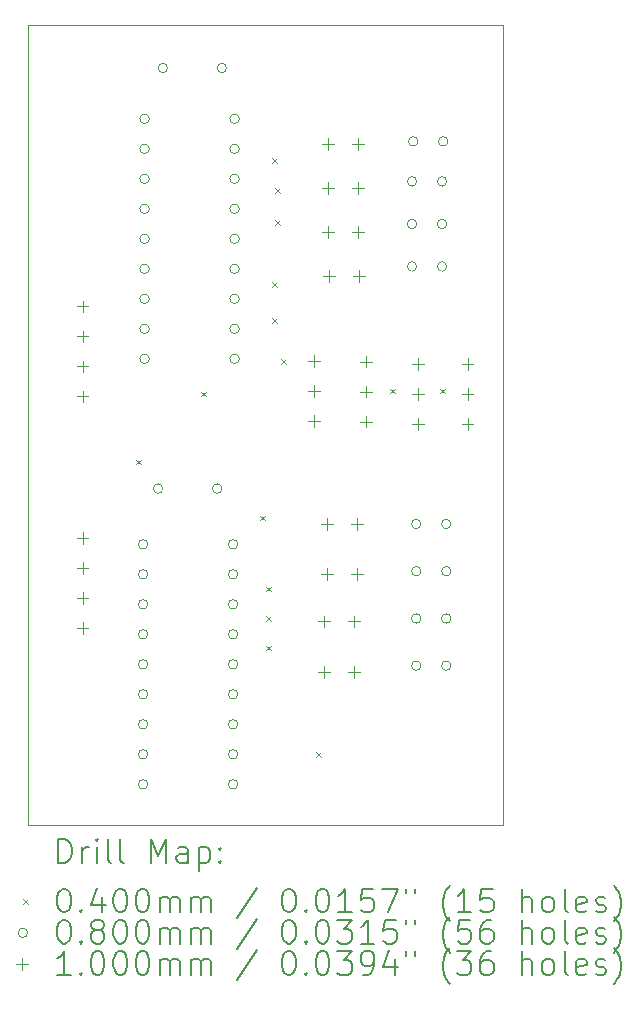
<source format=gbr>
%TF.GenerationSoftware,KiCad,Pcbnew,7.0.7+dfsg-1*%
%TF.CreationDate,2024-04-04T18:04:26+01:00*%
%TF.ProjectId,point-controller-switches,706f696e-742d-4636-9f6e-74726f6c6c65,rev?*%
%TF.SameCoordinates,Original*%
%TF.FileFunction,Drillmap*%
%TF.FilePolarity,Positive*%
%FSLAX45Y45*%
G04 Gerber Fmt 4.5, Leading zero omitted, Abs format (unit mm)*
G04 Created by KiCad (PCBNEW 7.0.7+dfsg-1) date 2024-04-04 18:04:26*
%MOMM*%
%LPD*%
G01*
G04 APERTURE LIST*
%ADD10C,0.100000*%
%ADD11C,0.200000*%
%ADD12C,0.040000*%
%ADD13C,0.080000*%
G04 APERTURE END LIST*
D10*
X10640000Y-8372500D02*
X14660000Y-8372500D01*
X14660000Y-15152500D01*
X10640000Y-15152500D01*
X10640000Y-8372500D01*
D11*
D12*
X11555000Y-12055000D02*
X11595000Y-12095000D01*
X11595000Y-12055000D02*
X11555000Y-12095000D01*
X12105000Y-11480000D02*
X12145000Y-11520000D01*
X12145000Y-11480000D02*
X12105000Y-11520000D01*
X12605000Y-12530000D02*
X12645000Y-12570000D01*
X12645000Y-12530000D02*
X12605000Y-12570000D01*
X12655000Y-13130000D02*
X12695000Y-13170000D01*
X12695000Y-13130000D02*
X12655000Y-13170000D01*
X12655000Y-13380000D02*
X12695000Y-13420000D01*
X12695000Y-13380000D02*
X12655000Y-13420000D01*
X12655000Y-13630000D02*
X12695000Y-13670000D01*
X12695000Y-13630000D02*
X12655000Y-13670000D01*
X12705000Y-9505000D02*
X12745000Y-9545000D01*
X12745000Y-9505000D02*
X12705000Y-9545000D01*
X12705000Y-10555000D02*
X12745000Y-10595000D01*
X12745000Y-10555000D02*
X12705000Y-10595000D01*
X12705000Y-10855000D02*
X12745000Y-10895000D01*
X12745000Y-10855000D02*
X12705000Y-10895000D01*
X12730000Y-9755000D02*
X12770000Y-9795000D01*
X12770000Y-9755000D02*
X12730000Y-9795000D01*
X12730000Y-10030000D02*
X12770000Y-10070000D01*
X12770000Y-10030000D02*
X12730000Y-10070000D01*
X12780000Y-11205000D02*
X12820000Y-11245000D01*
X12820000Y-11205000D02*
X12780000Y-11245000D01*
X13080000Y-14530000D02*
X13120000Y-14570000D01*
X13120000Y-14530000D02*
X13080000Y-14570000D01*
X13705000Y-11455000D02*
X13745000Y-11495000D01*
X13745000Y-11455000D02*
X13705000Y-11495000D01*
X14130000Y-11455000D02*
X14170000Y-11495000D01*
X14170000Y-11455000D02*
X14130000Y-11495000D01*
D13*
X11653000Y-12772000D02*
G75*
G03*
X11653000Y-12772000I-40000J0D01*
G01*
X11653000Y-13026000D02*
G75*
G03*
X11653000Y-13026000I-40000J0D01*
G01*
X11653000Y-13280000D02*
G75*
G03*
X11653000Y-13280000I-40000J0D01*
G01*
X11653000Y-13534000D02*
G75*
G03*
X11653000Y-13534000I-40000J0D01*
G01*
X11653000Y-13788000D02*
G75*
G03*
X11653000Y-13788000I-40000J0D01*
G01*
X11653000Y-14042000D02*
G75*
G03*
X11653000Y-14042000I-40000J0D01*
G01*
X11653000Y-14296000D02*
G75*
G03*
X11653000Y-14296000I-40000J0D01*
G01*
X11653000Y-14550000D02*
G75*
G03*
X11653000Y-14550000I-40000J0D01*
G01*
X11653000Y-14804000D02*
G75*
G03*
X11653000Y-14804000I-40000J0D01*
G01*
X11665000Y-9171000D02*
G75*
G03*
X11665000Y-9171000I-40000J0D01*
G01*
X11665000Y-9425000D02*
G75*
G03*
X11665000Y-9425000I-40000J0D01*
G01*
X11665000Y-9679000D02*
G75*
G03*
X11665000Y-9679000I-40000J0D01*
G01*
X11665000Y-9933000D02*
G75*
G03*
X11665000Y-9933000I-40000J0D01*
G01*
X11665000Y-10187000D02*
G75*
G03*
X11665000Y-10187000I-40000J0D01*
G01*
X11665000Y-10441000D02*
G75*
G03*
X11665000Y-10441000I-40000J0D01*
G01*
X11665000Y-10695000D02*
G75*
G03*
X11665000Y-10695000I-40000J0D01*
G01*
X11665000Y-10949000D02*
G75*
G03*
X11665000Y-10949000I-40000J0D01*
G01*
X11665000Y-11203000D02*
G75*
G03*
X11665000Y-11203000I-40000J0D01*
G01*
X11780000Y-12300000D02*
G75*
G03*
X11780000Y-12300000I-40000J0D01*
G01*
X11820000Y-8740000D02*
G75*
G03*
X11820000Y-8740000I-40000J0D01*
G01*
X12280000Y-12300000D02*
G75*
G03*
X12280000Y-12300000I-40000J0D01*
G01*
X12320000Y-8740000D02*
G75*
G03*
X12320000Y-8740000I-40000J0D01*
G01*
X12415000Y-12772000D02*
G75*
G03*
X12415000Y-12772000I-40000J0D01*
G01*
X12415000Y-13026000D02*
G75*
G03*
X12415000Y-13026000I-40000J0D01*
G01*
X12415000Y-13280000D02*
G75*
G03*
X12415000Y-13280000I-40000J0D01*
G01*
X12415000Y-13534000D02*
G75*
G03*
X12415000Y-13534000I-40000J0D01*
G01*
X12415000Y-13788000D02*
G75*
G03*
X12415000Y-13788000I-40000J0D01*
G01*
X12415000Y-14042000D02*
G75*
G03*
X12415000Y-14042000I-40000J0D01*
G01*
X12415000Y-14296000D02*
G75*
G03*
X12415000Y-14296000I-40000J0D01*
G01*
X12415000Y-14550000D02*
G75*
G03*
X12415000Y-14550000I-40000J0D01*
G01*
X12415000Y-14804000D02*
G75*
G03*
X12415000Y-14804000I-40000J0D01*
G01*
X12427000Y-9171000D02*
G75*
G03*
X12427000Y-9171000I-40000J0D01*
G01*
X12427000Y-9425000D02*
G75*
G03*
X12427000Y-9425000I-40000J0D01*
G01*
X12427000Y-9679000D02*
G75*
G03*
X12427000Y-9679000I-40000J0D01*
G01*
X12427000Y-9933000D02*
G75*
G03*
X12427000Y-9933000I-40000J0D01*
G01*
X12427000Y-10187000D02*
G75*
G03*
X12427000Y-10187000I-40000J0D01*
G01*
X12427000Y-10441000D02*
G75*
G03*
X12427000Y-10441000I-40000J0D01*
G01*
X12427000Y-10695000D02*
G75*
G03*
X12427000Y-10695000I-40000J0D01*
G01*
X12427000Y-10949000D02*
G75*
G03*
X12427000Y-10949000I-40000J0D01*
G01*
X12427000Y-11203000D02*
G75*
G03*
X12427000Y-11203000I-40000J0D01*
G01*
X13930500Y-9700000D02*
G75*
G03*
X13930500Y-9700000I-40000J0D01*
G01*
X13930500Y-10060000D02*
G75*
G03*
X13930500Y-10060000I-40000J0D01*
G01*
X13930500Y-10420000D02*
G75*
G03*
X13930500Y-10420000I-40000J0D01*
G01*
X13940000Y-9360000D02*
G75*
G03*
X13940000Y-9360000I-40000J0D01*
G01*
X13966000Y-12600000D02*
G75*
G03*
X13966000Y-12600000I-40000J0D01*
G01*
X13966000Y-13000000D02*
G75*
G03*
X13966000Y-13000000I-40000J0D01*
G01*
X13966000Y-13400000D02*
G75*
G03*
X13966000Y-13400000I-40000J0D01*
G01*
X13966000Y-13800000D02*
G75*
G03*
X13966000Y-13800000I-40000J0D01*
G01*
X14184500Y-9700000D02*
G75*
G03*
X14184500Y-9700000I-40000J0D01*
G01*
X14184500Y-10060000D02*
G75*
G03*
X14184500Y-10060000I-40000J0D01*
G01*
X14184500Y-10420000D02*
G75*
G03*
X14184500Y-10420000I-40000J0D01*
G01*
X14194000Y-9360000D02*
G75*
G03*
X14194000Y-9360000I-40000J0D01*
G01*
X14220000Y-12600000D02*
G75*
G03*
X14220000Y-12600000I-40000J0D01*
G01*
X14220000Y-13000000D02*
G75*
G03*
X14220000Y-13000000I-40000J0D01*
G01*
X14220000Y-13400000D02*
G75*
G03*
X14220000Y-13400000I-40000J0D01*
G01*
X14220000Y-13800000D02*
G75*
G03*
X14220000Y-13800000I-40000J0D01*
G01*
D10*
X11100000Y-10708000D02*
X11100000Y-10808000D01*
X11050000Y-10758000D02*
X11150000Y-10758000D01*
X11100000Y-10962000D02*
X11100000Y-11062000D01*
X11050000Y-11012000D02*
X11150000Y-11012000D01*
X11100000Y-11216000D02*
X11100000Y-11316000D01*
X11050000Y-11266000D02*
X11150000Y-11266000D01*
X11100000Y-11470000D02*
X11100000Y-11570000D01*
X11050000Y-11520000D02*
X11150000Y-11520000D01*
X11100000Y-12668000D02*
X11100000Y-12768000D01*
X11050000Y-12718000D02*
X11150000Y-12718000D01*
X11100000Y-12922000D02*
X11100000Y-13022000D01*
X11050000Y-12972000D02*
X11150000Y-12972000D01*
X11100000Y-13176000D02*
X11100000Y-13276000D01*
X11050000Y-13226000D02*
X11150000Y-13226000D01*
X11100000Y-13430000D02*
X11100000Y-13530000D01*
X11050000Y-13480000D02*
X11150000Y-13480000D01*
X13060000Y-11170000D02*
X13060000Y-11270000D01*
X13010000Y-11220000D02*
X13110000Y-11220000D01*
X13060000Y-11424000D02*
X13060000Y-11524000D01*
X13010000Y-11474000D02*
X13110000Y-11474000D01*
X13060000Y-11678000D02*
X13060000Y-11778000D01*
X13010000Y-11728000D02*
X13110000Y-11728000D01*
X13147000Y-13375000D02*
X13147000Y-13475000D01*
X13097000Y-13425000D02*
X13197000Y-13425000D01*
X13147000Y-13800000D02*
X13147000Y-13900000D01*
X13097000Y-13850000D02*
X13197000Y-13850000D01*
X13172000Y-12550000D02*
X13172000Y-12650000D01*
X13122000Y-12600000D02*
X13222000Y-12600000D01*
X13172000Y-12975000D02*
X13172000Y-13075000D01*
X13122000Y-13025000D02*
X13222000Y-13025000D01*
X13180000Y-9330000D02*
X13180000Y-9430000D01*
X13130000Y-9380000D02*
X13230000Y-9380000D01*
X13180000Y-9705000D02*
X13180000Y-9805000D01*
X13130000Y-9755000D02*
X13230000Y-9755000D01*
X13180000Y-10080000D02*
X13180000Y-10180000D01*
X13130000Y-10130000D02*
X13230000Y-10130000D01*
X13184000Y-10452500D02*
X13184000Y-10552500D01*
X13134000Y-10502500D02*
X13234000Y-10502500D01*
X13401000Y-13375000D02*
X13401000Y-13475000D01*
X13351000Y-13425000D02*
X13451000Y-13425000D01*
X13401000Y-13800000D02*
X13401000Y-13900000D01*
X13351000Y-13850000D02*
X13451000Y-13850000D01*
X13426000Y-12550000D02*
X13426000Y-12650000D01*
X13376000Y-12600000D02*
X13476000Y-12600000D01*
X13426000Y-12975000D02*
X13426000Y-13075000D01*
X13376000Y-13025000D02*
X13476000Y-13025000D01*
X13434000Y-9330000D02*
X13434000Y-9430000D01*
X13384000Y-9380000D02*
X13484000Y-9380000D01*
X13434000Y-9705000D02*
X13434000Y-9805000D01*
X13384000Y-9755000D02*
X13484000Y-9755000D01*
X13434000Y-10080000D02*
X13434000Y-10180000D01*
X13384000Y-10130000D02*
X13484000Y-10130000D01*
X13438000Y-10452500D02*
X13438000Y-10552500D01*
X13388000Y-10502500D02*
X13488000Y-10502500D01*
X13500000Y-11174500D02*
X13500000Y-11274500D01*
X13450000Y-11224500D02*
X13550000Y-11224500D01*
X13500000Y-11428500D02*
X13500000Y-11528500D01*
X13450000Y-11478500D02*
X13550000Y-11478500D01*
X13500000Y-11682500D02*
X13500000Y-11782500D01*
X13450000Y-11732500D02*
X13550000Y-11732500D01*
X13940000Y-11194500D02*
X13940000Y-11294500D01*
X13890000Y-11244500D02*
X13990000Y-11244500D01*
X13940000Y-11448500D02*
X13940000Y-11548500D01*
X13890000Y-11498500D02*
X13990000Y-11498500D01*
X13940000Y-11702500D02*
X13940000Y-11802500D01*
X13890000Y-11752500D02*
X13990000Y-11752500D01*
X14360000Y-11194500D02*
X14360000Y-11294500D01*
X14310000Y-11244500D02*
X14410000Y-11244500D01*
X14360000Y-11448500D02*
X14360000Y-11548500D01*
X14310000Y-11498500D02*
X14410000Y-11498500D01*
X14360000Y-11702500D02*
X14360000Y-11802500D01*
X14310000Y-11752500D02*
X14410000Y-11752500D01*
D11*
X10895777Y-15468984D02*
X10895777Y-15268984D01*
X10895777Y-15268984D02*
X10943396Y-15268984D01*
X10943396Y-15268984D02*
X10971967Y-15278508D01*
X10971967Y-15278508D02*
X10991015Y-15297555D01*
X10991015Y-15297555D02*
X11000539Y-15316603D01*
X11000539Y-15316603D02*
X11010063Y-15354698D01*
X11010063Y-15354698D02*
X11010063Y-15383269D01*
X11010063Y-15383269D02*
X11000539Y-15421365D01*
X11000539Y-15421365D02*
X10991015Y-15440412D01*
X10991015Y-15440412D02*
X10971967Y-15459460D01*
X10971967Y-15459460D02*
X10943396Y-15468984D01*
X10943396Y-15468984D02*
X10895777Y-15468984D01*
X11095777Y-15468984D02*
X11095777Y-15335650D01*
X11095777Y-15373746D02*
X11105301Y-15354698D01*
X11105301Y-15354698D02*
X11114824Y-15345174D01*
X11114824Y-15345174D02*
X11133872Y-15335650D01*
X11133872Y-15335650D02*
X11152920Y-15335650D01*
X11219586Y-15468984D02*
X11219586Y-15335650D01*
X11219586Y-15268984D02*
X11210062Y-15278508D01*
X11210062Y-15278508D02*
X11219586Y-15288031D01*
X11219586Y-15288031D02*
X11229110Y-15278508D01*
X11229110Y-15278508D02*
X11219586Y-15268984D01*
X11219586Y-15268984D02*
X11219586Y-15288031D01*
X11343396Y-15468984D02*
X11324348Y-15459460D01*
X11324348Y-15459460D02*
X11314824Y-15440412D01*
X11314824Y-15440412D02*
X11314824Y-15268984D01*
X11448158Y-15468984D02*
X11429110Y-15459460D01*
X11429110Y-15459460D02*
X11419586Y-15440412D01*
X11419586Y-15440412D02*
X11419586Y-15268984D01*
X11676729Y-15468984D02*
X11676729Y-15268984D01*
X11676729Y-15268984D02*
X11743396Y-15411841D01*
X11743396Y-15411841D02*
X11810062Y-15268984D01*
X11810062Y-15268984D02*
X11810062Y-15468984D01*
X11991015Y-15468984D02*
X11991015Y-15364222D01*
X11991015Y-15364222D02*
X11981491Y-15345174D01*
X11981491Y-15345174D02*
X11962443Y-15335650D01*
X11962443Y-15335650D02*
X11924348Y-15335650D01*
X11924348Y-15335650D02*
X11905301Y-15345174D01*
X11991015Y-15459460D02*
X11971967Y-15468984D01*
X11971967Y-15468984D02*
X11924348Y-15468984D01*
X11924348Y-15468984D02*
X11905301Y-15459460D01*
X11905301Y-15459460D02*
X11895777Y-15440412D01*
X11895777Y-15440412D02*
X11895777Y-15421365D01*
X11895777Y-15421365D02*
X11905301Y-15402317D01*
X11905301Y-15402317D02*
X11924348Y-15392793D01*
X11924348Y-15392793D02*
X11971967Y-15392793D01*
X11971967Y-15392793D02*
X11991015Y-15383269D01*
X12086253Y-15335650D02*
X12086253Y-15535650D01*
X12086253Y-15345174D02*
X12105301Y-15335650D01*
X12105301Y-15335650D02*
X12143396Y-15335650D01*
X12143396Y-15335650D02*
X12162443Y-15345174D01*
X12162443Y-15345174D02*
X12171967Y-15354698D01*
X12171967Y-15354698D02*
X12181491Y-15373746D01*
X12181491Y-15373746D02*
X12181491Y-15430888D01*
X12181491Y-15430888D02*
X12171967Y-15449936D01*
X12171967Y-15449936D02*
X12162443Y-15459460D01*
X12162443Y-15459460D02*
X12143396Y-15468984D01*
X12143396Y-15468984D02*
X12105301Y-15468984D01*
X12105301Y-15468984D02*
X12086253Y-15459460D01*
X12267205Y-15449936D02*
X12276729Y-15459460D01*
X12276729Y-15459460D02*
X12267205Y-15468984D01*
X12267205Y-15468984D02*
X12257682Y-15459460D01*
X12257682Y-15459460D02*
X12267205Y-15449936D01*
X12267205Y-15449936D02*
X12267205Y-15468984D01*
X12267205Y-15345174D02*
X12276729Y-15354698D01*
X12276729Y-15354698D02*
X12267205Y-15364222D01*
X12267205Y-15364222D02*
X12257682Y-15354698D01*
X12257682Y-15354698D02*
X12267205Y-15345174D01*
X12267205Y-15345174D02*
X12267205Y-15364222D01*
D12*
X10595000Y-15777500D02*
X10635000Y-15817500D01*
X10635000Y-15777500D02*
X10595000Y-15817500D01*
D11*
X10933872Y-15688984D02*
X10952920Y-15688984D01*
X10952920Y-15688984D02*
X10971967Y-15698508D01*
X10971967Y-15698508D02*
X10981491Y-15708031D01*
X10981491Y-15708031D02*
X10991015Y-15727079D01*
X10991015Y-15727079D02*
X11000539Y-15765174D01*
X11000539Y-15765174D02*
X11000539Y-15812793D01*
X11000539Y-15812793D02*
X10991015Y-15850888D01*
X10991015Y-15850888D02*
X10981491Y-15869936D01*
X10981491Y-15869936D02*
X10971967Y-15879460D01*
X10971967Y-15879460D02*
X10952920Y-15888984D01*
X10952920Y-15888984D02*
X10933872Y-15888984D01*
X10933872Y-15888984D02*
X10914824Y-15879460D01*
X10914824Y-15879460D02*
X10905301Y-15869936D01*
X10905301Y-15869936D02*
X10895777Y-15850888D01*
X10895777Y-15850888D02*
X10886253Y-15812793D01*
X10886253Y-15812793D02*
X10886253Y-15765174D01*
X10886253Y-15765174D02*
X10895777Y-15727079D01*
X10895777Y-15727079D02*
X10905301Y-15708031D01*
X10905301Y-15708031D02*
X10914824Y-15698508D01*
X10914824Y-15698508D02*
X10933872Y-15688984D01*
X11086253Y-15869936D02*
X11095777Y-15879460D01*
X11095777Y-15879460D02*
X11086253Y-15888984D01*
X11086253Y-15888984D02*
X11076729Y-15879460D01*
X11076729Y-15879460D02*
X11086253Y-15869936D01*
X11086253Y-15869936D02*
X11086253Y-15888984D01*
X11267205Y-15755650D02*
X11267205Y-15888984D01*
X11219586Y-15679460D02*
X11171967Y-15822317D01*
X11171967Y-15822317D02*
X11295777Y-15822317D01*
X11410062Y-15688984D02*
X11429110Y-15688984D01*
X11429110Y-15688984D02*
X11448158Y-15698508D01*
X11448158Y-15698508D02*
X11457682Y-15708031D01*
X11457682Y-15708031D02*
X11467205Y-15727079D01*
X11467205Y-15727079D02*
X11476729Y-15765174D01*
X11476729Y-15765174D02*
X11476729Y-15812793D01*
X11476729Y-15812793D02*
X11467205Y-15850888D01*
X11467205Y-15850888D02*
X11457682Y-15869936D01*
X11457682Y-15869936D02*
X11448158Y-15879460D01*
X11448158Y-15879460D02*
X11429110Y-15888984D01*
X11429110Y-15888984D02*
X11410062Y-15888984D01*
X11410062Y-15888984D02*
X11391015Y-15879460D01*
X11391015Y-15879460D02*
X11381491Y-15869936D01*
X11381491Y-15869936D02*
X11371967Y-15850888D01*
X11371967Y-15850888D02*
X11362443Y-15812793D01*
X11362443Y-15812793D02*
X11362443Y-15765174D01*
X11362443Y-15765174D02*
X11371967Y-15727079D01*
X11371967Y-15727079D02*
X11381491Y-15708031D01*
X11381491Y-15708031D02*
X11391015Y-15698508D01*
X11391015Y-15698508D02*
X11410062Y-15688984D01*
X11600539Y-15688984D02*
X11619586Y-15688984D01*
X11619586Y-15688984D02*
X11638634Y-15698508D01*
X11638634Y-15698508D02*
X11648158Y-15708031D01*
X11648158Y-15708031D02*
X11657682Y-15727079D01*
X11657682Y-15727079D02*
X11667205Y-15765174D01*
X11667205Y-15765174D02*
X11667205Y-15812793D01*
X11667205Y-15812793D02*
X11657682Y-15850888D01*
X11657682Y-15850888D02*
X11648158Y-15869936D01*
X11648158Y-15869936D02*
X11638634Y-15879460D01*
X11638634Y-15879460D02*
X11619586Y-15888984D01*
X11619586Y-15888984D02*
X11600539Y-15888984D01*
X11600539Y-15888984D02*
X11581491Y-15879460D01*
X11581491Y-15879460D02*
X11571967Y-15869936D01*
X11571967Y-15869936D02*
X11562443Y-15850888D01*
X11562443Y-15850888D02*
X11552920Y-15812793D01*
X11552920Y-15812793D02*
X11552920Y-15765174D01*
X11552920Y-15765174D02*
X11562443Y-15727079D01*
X11562443Y-15727079D02*
X11571967Y-15708031D01*
X11571967Y-15708031D02*
X11581491Y-15698508D01*
X11581491Y-15698508D02*
X11600539Y-15688984D01*
X11752920Y-15888984D02*
X11752920Y-15755650D01*
X11752920Y-15774698D02*
X11762443Y-15765174D01*
X11762443Y-15765174D02*
X11781491Y-15755650D01*
X11781491Y-15755650D02*
X11810063Y-15755650D01*
X11810063Y-15755650D02*
X11829110Y-15765174D01*
X11829110Y-15765174D02*
X11838634Y-15784222D01*
X11838634Y-15784222D02*
X11838634Y-15888984D01*
X11838634Y-15784222D02*
X11848158Y-15765174D01*
X11848158Y-15765174D02*
X11867205Y-15755650D01*
X11867205Y-15755650D02*
X11895777Y-15755650D01*
X11895777Y-15755650D02*
X11914824Y-15765174D01*
X11914824Y-15765174D02*
X11924348Y-15784222D01*
X11924348Y-15784222D02*
X11924348Y-15888984D01*
X12019586Y-15888984D02*
X12019586Y-15755650D01*
X12019586Y-15774698D02*
X12029110Y-15765174D01*
X12029110Y-15765174D02*
X12048158Y-15755650D01*
X12048158Y-15755650D02*
X12076729Y-15755650D01*
X12076729Y-15755650D02*
X12095777Y-15765174D01*
X12095777Y-15765174D02*
X12105301Y-15784222D01*
X12105301Y-15784222D02*
X12105301Y-15888984D01*
X12105301Y-15784222D02*
X12114824Y-15765174D01*
X12114824Y-15765174D02*
X12133872Y-15755650D01*
X12133872Y-15755650D02*
X12162443Y-15755650D01*
X12162443Y-15755650D02*
X12181491Y-15765174D01*
X12181491Y-15765174D02*
X12191015Y-15784222D01*
X12191015Y-15784222D02*
X12191015Y-15888984D01*
X12581491Y-15679460D02*
X12410063Y-15936603D01*
X12838634Y-15688984D02*
X12857682Y-15688984D01*
X12857682Y-15688984D02*
X12876729Y-15698508D01*
X12876729Y-15698508D02*
X12886253Y-15708031D01*
X12886253Y-15708031D02*
X12895777Y-15727079D01*
X12895777Y-15727079D02*
X12905301Y-15765174D01*
X12905301Y-15765174D02*
X12905301Y-15812793D01*
X12905301Y-15812793D02*
X12895777Y-15850888D01*
X12895777Y-15850888D02*
X12886253Y-15869936D01*
X12886253Y-15869936D02*
X12876729Y-15879460D01*
X12876729Y-15879460D02*
X12857682Y-15888984D01*
X12857682Y-15888984D02*
X12838634Y-15888984D01*
X12838634Y-15888984D02*
X12819586Y-15879460D01*
X12819586Y-15879460D02*
X12810063Y-15869936D01*
X12810063Y-15869936D02*
X12800539Y-15850888D01*
X12800539Y-15850888D02*
X12791015Y-15812793D01*
X12791015Y-15812793D02*
X12791015Y-15765174D01*
X12791015Y-15765174D02*
X12800539Y-15727079D01*
X12800539Y-15727079D02*
X12810063Y-15708031D01*
X12810063Y-15708031D02*
X12819586Y-15698508D01*
X12819586Y-15698508D02*
X12838634Y-15688984D01*
X12991015Y-15869936D02*
X13000539Y-15879460D01*
X13000539Y-15879460D02*
X12991015Y-15888984D01*
X12991015Y-15888984D02*
X12981491Y-15879460D01*
X12981491Y-15879460D02*
X12991015Y-15869936D01*
X12991015Y-15869936D02*
X12991015Y-15888984D01*
X13124348Y-15688984D02*
X13143396Y-15688984D01*
X13143396Y-15688984D02*
X13162444Y-15698508D01*
X13162444Y-15698508D02*
X13171967Y-15708031D01*
X13171967Y-15708031D02*
X13181491Y-15727079D01*
X13181491Y-15727079D02*
X13191015Y-15765174D01*
X13191015Y-15765174D02*
X13191015Y-15812793D01*
X13191015Y-15812793D02*
X13181491Y-15850888D01*
X13181491Y-15850888D02*
X13171967Y-15869936D01*
X13171967Y-15869936D02*
X13162444Y-15879460D01*
X13162444Y-15879460D02*
X13143396Y-15888984D01*
X13143396Y-15888984D02*
X13124348Y-15888984D01*
X13124348Y-15888984D02*
X13105301Y-15879460D01*
X13105301Y-15879460D02*
X13095777Y-15869936D01*
X13095777Y-15869936D02*
X13086253Y-15850888D01*
X13086253Y-15850888D02*
X13076729Y-15812793D01*
X13076729Y-15812793D02*
X13076729Y-15765174D01*
X13076729Y-15765174D02*
X13086253Y-15727079D01*
X13086253Y-15727079D02*
X13095777Y-15708031D01*
X13095777Y-15708031D02*
X13105301Y-15698508D01*
X13105301Y-15698508D02*
X13124348Y-15688984D01*
X13381491Y-15888984D02*
X13267206Y-15888984D01*
X13324348Y-15888984D02*
X13324348Y-15688984D01*
X13324348Y-15688984D02*
X13305301Y-15717555D01*
X13305301Y-15717555D02*
X13286253Y-15736603D01*
X13286253Y-15736603D02*
X13267206Y-15746127D01*
X13562444Y-15688984D02*
X13467206Y-15688984D01*
X13467206Y-15688984D02*
X13457682Y-15784222D01*
X13457682Y-15784222D02*
X13467206Y-15774698D01*
X13467206Y-15774698D02*
X13486253Y-15765174D01*
X13486253Y-15765174D02*
X13533872Y-15765174D01*
X13533872Y-15765174D02*
X13552920Y-15774698D01*
X13552920Y-15774698D02*
X13562444Y-15784222D01*
X13562444Y-15784222D02*
X13571967Y-15803269D01*
X13571967Y-15803269D02*
X13571967Y-15850888D01*
X13571967Y-15850888D02*
X13562444Y-15869936D01*
X13562444Y-15869936D02*
X13552920Y-15879460D01*
X13552920Y-15879460D02*
X13533872Y-15888984D01*
X13533872Y-15888984D02*
X13486253Y-15888984D01*
X13486253Y-15888984D02*
X13467206Y-15879460D01*
X13467206Y-15879460D02*
X13457682Y-15869936D01*
X13638634Y-15688984D02*
X13771967Y-15688984D01*
X13771967Y-15688984D02*
X13686253Y-15888984D01*
X13838634Y-15688984D02*
X13838634Y-15727079D01*
X13914825Y-15688984D02*
X13914825Y-15727079D01*
X14210063Y-15965174D02*
X14200539Y-15955650D01*
X14200539Y-15955650D02*
X14181491Y-15927079D01*
X14181491Y-15927079D02*
X14171968Y-15908031D01*
X14171968Y-15908031D02*
X14162444Y-15879460D01*
X14162444Y-15879460D02*
X14152920Y-15831841D01*
X14152920Y-15831841D02*
X14152920Y-15793746D01*
X14152920Y-15793746D02*
X14162444Y-15746127D01*
X14162444Y-15746127D02*
X14171968Y-15717555D01*
X14171968Y-15717555D02*
X14181491Y-15698508D01*
X14181491Y-15698508D02*
X14200539Y-15669936D01*
X14200539Y-15669936D02*
X14210063Y-15660412D01*
X14391015Y-15888984D02*
X14276729Y-15888984D01*
X14333872Y-15888984D02*
X14333872Y-15688984D01*
X14333872Y-15688984D02*
X14314825Y-15717555D01*
X14314825Y-15717555D02*
X14295777Y-15736603D01*
X14295777Y-15736603D02*
X14276729Y-15746127D01*
X14571968Y-15688984D02*
X14476729Y-15688984D01*
X14476729Y-15688984D02*
X14467206Y-15784222D01*
X14467206Y-15784222D02*
X14476729Y-15774698D01*
X14476729Y-15774698D02*
X14495777Y-15765174D01*
X14495777Y-15765174D02*
X14543396Y-15765174D01*
X14543396Y-15765174D02*
X14562444Y-15774698D01*
X14562444Y-15774698D02*
X14571968Y-15784222D01*
X14571968Y-15784222D02*
X14581491Y-15803269D01*
X14581491Y-15803269D02*
X14581491Y-15850888D01*
X14581491Y-15850888D02*
X14571968Y-15869936D01*
X14571968Y-15869936D02*
X14562444Y-15879460D01*
X14562444Y-15879460D02*
X14543396Y-15888984D01*
X14543396Y-15888984D02*
X14495777Y-15888984D01*
X14495777Y-15888984D02*
X14476729Y-15879460D01*
X14476729Y-15879460D02*
X14467206Y-15869936D01*
X14819587Y-15888984D02*
X14819587Y-15688984D01*
X14905301Y-15888984D02*
X14905301Y-15784222D01*
X14905301Y-15784222D02*
X14895777Y-15765174D01*
X14895777Y-15765174D02*
X14876730Y-15755650D01*
X14876730Y-15755650D02*
X14848158Y-15755650D01*
X14848158Y-15755650D02*
X14829110Y-15765174D01*
X14829110Y-15765174D02*
X14819587Y-15774698D01*
X15029110Y-15888984D02*
X15010063Y-15879460D01*
X15010063Y-15879460D02*
X15000539Y-15869936D01*
X15000539Y-15869936D02*
X14991015Y-15850888D01*
X14991015Y-15850888D02*
X14991015Y-15793746D01*
X14991015Y-15793746D02*
X15000539Y-15774698D01*
X15000539Y-15774698D02*
X15010063Y-15765174D01*
X15010063Y-15765174D02*
X15029110Y-15755650D01*
X15029110Y-15755650D02*
X15057682Y-15755650D01*
X15057682Y-15755650D02*
X15076730Y-15765174D01*
X15076730Y-15765174D02*
X15086253Y-15774698D01*
X15086253Y-15774698D02*
X15095777Y-15793746D01*
X15095777Y-15793746D02*
X15095777Y-15850888D01*
X15095777Y-15850888D02*
X15086253Y-15869936D01*
X15086253Y-15869936D02*
X15076730Y-15879460D01*
X15076730Y-15879460D02*
X15057682Y-15888984D01*
X15057682Y-15888984D02*
X15029110Y-15888984D01*
X15210063Y-15888984D02*
X15191015Y-15879460D01*
X15191015Y-15879460D02*
X15181491Y-15860412D01*
X15181491Y-15860412D02*
X15181491Y-15688984D01*
X15362444Y-15879460D02*
X15343396Y-15888984D01*
X15343396Y-15888984D02*
X15305301Y-15888984D01*
X15305301Y-15888984D02*
X15286253Y-15879460D01*
X15286253Y-15879460D02*
X15276730Y-15860412D01*
X15276730Y-15860412D02*
X15276730Y-15784222D01*
X15276730Y-15784222D02*
X15286253Y-15765174D01*
X15286253Y-15765174D02*
X15305301Y-15755650D01*
X15305301Y-15755650D02*
X15343396Y-15755650D01*
X15343396Y-15755650D02*
X15362444Y-15765174D01*
X15362444Y-15765174D02*
X15371968Y-15784222D01*
X15371968Y-15784222D02*
X15371968Y-15803269D01*
X15371968Y-15803269D02*
X15276730Y-15822317D01*
X15448158Y-15879460D02*
X15467206Y-15888984D01*
X15467206Y-15888984D02*
X15505301Y-15888984D01*
X15505301Y-15888984D02*
X15524349Y-15879460D01*
X15524349Y-15879460D02*
X15533872Y-15860412D01*
X15533872Y-15860412D02*
X15533872Y-15850888D01*
X15533872Y-15850888D02*
X15524349Y-15831841D01*
X15524349Y-15831841D02*
X15505301Y-15822317D01*
X15505301Y-15822317D02*
X15476730Y-15822317D01*
X15476730Y-15822317D02*
X15457682Y-15812793D01*
X15457682Y-15812793D02*
X15448158Y-15793746D01*
X15448158Y-15793746D02*
X15448158Y-15784222D01*
X15448158Y-15784222D02*
X15457682Y-15765174D01*
X15457682Y-15765174D02*
X15476730Y-15755650D01*
X15476730Y-15755650D02*
X15505301Y-15755650D01*
X15505301Y-15755650D02*
X15524349Y-15765174D01*
X15600539Y-15965174D02*
X15610063Y-15955650D01*
X15610063Y-15955650D02*
X15629111Y-15927079D01*
X15629111Y-15927079D02*
X15638634Y-15908031D01*
X15638634Y-15908031D02*
X15648158Y-15879460D01*
X15648158Y-15879460D02*
X15657682Y-15831841D01*
X15657682Y-15831841D02*
X15657682Y-15793746D01*
X15657682Y-15793746D02*
X15648158Y-15746127D01*
X15648158Y-15746127D02*
X15638634Y-15717555D01*
X15638634Y-15717555D02*
X15629111Y-15698508D01*
X15629111Y-15698508D02*
X15610063Y-15669936D01*
X15610063Y-15669936D02*
X15600539Y-15660412D01*
D13*
X10635000Y-16061500D02*
G75*
G03*
X10635000Y-16061500I-40000J0D01*
G01*
D11*
X10933872Y-15952984D02*
X10952920Y-15952984D01*
X10952920Y-15952984D02*
X10971967Y-15962508D01*
X10971967Y-15962508D02*
X10981491Y-15972031D01*
X10981491Y-15972031D02*
X10991015Y-15991079D01*
X10991015Y-15991079D02*
X11000539Y-16029174D01*
X11000539Y-16029174D02*
X11000539Y-16076793D01*
X11000539Y-16076793D02*
X10991015Y-16114888D01*
X10991015Y-16114888D02*
X10981491Y-16133936D01*
X10981491Y-16133936D02*
X10971967Y-16143460D01*
X10971967Y-16143460D02*
X10952920Y-16152984D01*
X10952920Y-16152984D02*
X10933872Y-16152984D01*
X10933872Y-16152984D02*
X10914824Y-16143460D01*
X10914824Y-16143460D02*
X10905301Y-16133936D01*
X10905301Y-16133936D02*
X10895777Y-16114888D01*
X10895777Y-16114888D02*
X10886253Y-16076793D01*
X10886253Y-16076793D02*
X10886253Y-16029174D01*
X10886253Y-16029174D02*
X10895777Y-15991079D01*
X10895777Y-15991079D02*
X10905301Y-15972031D01*
X10905301Y-15972031D02*
X10914824Y-15962508D01*
X10914824Y-15962508D02*
X10933872Y-15952984D01*
X11086253Y-16133936D02*
X11095777Y-16143460D01*
X11095777Y-16143460D02*
X11086253Y-16152984D01*
X11086253Y-16152984D02*
X11076729Y-16143460D01*
X11076729Y-16143460D02*
X11086253Y-16133936D01*
X11086253Y-16133936D02*
X11086253Y-16152984D01*
X11210062Y-16038698D02*
X11191015Y-16029174D01*
X11191015Y-16029174D02*
X11181491Y-16019650D01*
X11181491Y-16019650D02*
X11171967Y-16000603D01*
X11171967Y-16000603D02*
X11171967Y-15991079D01*
X11171967Y-15991079D02*
X11181491Y-15972031D01*
X11181491Y-15972031D02*
X11191015Y-15962508D01*
X11191015Y-15962508D02*
X11210062Y-15952984D01*
X11210062Y-15952984D02*
X11248158Y-15952984D01*
X11248158Y-15952984D02*
X11267205Y-15962508D01*
X11267205Y-15962508D02*
X11276729Y-15972031D01*
X11276729Y-15972031D02*
X11286253Y-15991079D01*
X11286253Y-15991079D02*
X11286253Y-16000603D01*
X11286253Y-16000603D02*
X11276729Y-16019650D01*
X11276729Y-16019650D02*
X11267205Y-16029174D01*
X11267205Y-16029174D02*
X11248158Y-16038698D01*
X11248158Y-16038698D02*
X11210062Y-16038698D01*
X11210062Y-16038698D02*
X11191015Y-16048222D01*
X11191015Y-16048222D02*
X11181491Y-16057746D01*
X11181491Y-16057746D02*
X11171967Y-16076793D01*
X11171967Y-16076793D02*
X11171967Y-16114888D01*
X11171967Y-16114888D02*
X11181491Y-16133936D01*
X11181491Y-16133936D02*
X11191015Y-16143460D01*
X11191015Y-16143460D02*
X11210062Y-16152984D01*
X11210062Y-16152984D02*
X11248158Y-16152984D01*
X11248158Y-16152984D02*
X11267205Y-16143460D01*
X11267205Y-16143460D02*
X11276729Y-16133936D01*
X11276729Y-16133936D02*
X11286253Y-16114888D01*
X11286253Y-16114888D02*
X11286253Y-16076793D01*
X11286253Y-16076793D02*
X11276729Y-16057746D01*
X11276729Y-16057746D02*
X11267205Y-16048222D01*
X11267205Y-16048222D02*
X11248158Y-16038698D01*
X11410062Y-15952984D02*
X11429110Y-15952984D01*
X11429110Y-15952984D02*
X11448158Y-15962508D01*
X11448158Y-15962508D02*
X11457682Y-15972031D01*
X11457682Y-15972031D02*
X11467205Y-15991079D01*
X11467205Y-15991079D02*
X11476729Y-16029174D01*
X11476729Y-16029174D02*
X11476729Y-16076793D01*
X11476729Y-16076793D02*
X11467205Y-16114888D01*
X11467205Y-16114888D02*
X11457682Y-16133936D01*
X11457682Y-16133936D02*
X11448158Y-16143460D01*
X11448158Y-16143460D02*
X11429110Y-16152984D01*
X11429110Y-16152984D02*
X11410062Y-16152984D01*
X11410062Y-16152984D02*
X11391015Y-16143460D01*
X11391015Y-16143460D02*
X11381491Y-16133936D01*
X11381491Y-16133936D02*
X11371967Y-16114888D01*
X11371967Y-16114888D02*
X11362443Y-16076793D01*
X11362443Y-16076793D02*
X11362443Y-16029174D01*
X11362443Y-16029174D02*
X11371967Y-15991079D01*
X11371967Y-15991079D02*
X11381491Y-15972031D01*
X11381491Y-15972031D02*
X11391015Y-15962508D01*
X11391015Y-15962508D02*
X11410062Y-15952984D01*
X11600539Y-15952984D02*
X11619586Y-15952984D01*
X11619586Y-15952984D02*
X11638634Y-15962508D01*
X11638634Y-15962508D02*
X11648158Y-15972031D01*
X11648158Y-15972031D02*
X11657682Y-15991079D01*
X11657682Y-15991079D02*
X11667205Y-16029174D01*
X11667205Y-16029174D02*
X11667205Y-16076793D01*
X11667205Y-16076793D02*
X11657682Y-16114888D01*
X11657682Y-16114888D02*
X11648158Y-16133936D01*
X11648158Y-16133936D02*
X11638634Y-16143460D01*
X11638634Y-16143460D02*
X11619586Y-16152984D01*
X11619586Y-16152984D02*
X11600539Y-16152984D01*
X11600539Y-16152984D02*
X11581491Y-16143460D01*
X11581491Y-16143460D02*
X11571967Y-16133936D01*
X11571967Y-16133936D02*
X11562443Y-16114888D01*
X11562443Y-16114888D02*
X11552920Y-16076793D01*
X11552920Y-16076793D02*
X11552920Y-16029174D01*
X11552920Y-16029174D02*
X11562443Y-15991079D01*
X11562443Y-15991079D02*
X11571967Y-15972031D01*
X11571967Y-15972031D02*
X11581491Y-15962508D01*
X11581491Y-15962508D02*
X11600539Y-15952984D01*
X11752920Y-16152984D02*
X11752920Y-16019650D01*
X11752920Y-16038698D02*
X11762443Y-16029174D01*
X11762443Y-16029174D02*
X11781491Y-16019650D01*
X11781491Y-16019650D02*
X11810063Y-16019650D01*
X11810063Y-16019650D02*
X11829110Y-16029174D01*
X11829110Y-16029174D02*
X11838634Y-16048222D01*
X11838634Y-16048222D02*
X11838634Y-16152984D01*
X11838634Y-16048222D02*
X11848158Y-16029174D01*
X11848158Y-16029174D02*
X11867205Y-16019650D01*
X11867205Y-16019650D02*
X11895777Y-16019650D01*
X11895777Y-16019650D02*
X11914824Y-16029174D01*
X11914824Y-16029174D02*
X11924348Y-16048222D01*
X11924348Y-16048222D02*
X11924348Y-16152984D01*
X12019586Y-16152984D02*
X12019586Y-16019650D01*
X12019586Y-16038698D02*
X12029110Y-16029174D01*
X12029110Y-16029174D02*
X12048158Y-16019650D01*
X12048158Y-16019650D02*
X12076729Y-16019650D01*
X12076729Y-16019650D02*
X12095777Y-16029174D01*
X12095777Y-16029174D02*
X12105301Y-16048222D01*
X12105301Y-16048222D02*
X12105301Y-16152984D01*
X12105301Y-16048222D02*
X12114824Y-16029174D01*
X12114824Y-16029174D02*
X12133872Y-16019650D01*
X12133872Y-16019650D02*
X12162443Y-16019650D01*
X12162443Y-16019650D02*
X12181491Y-16029174D01*
X12181491Y-16029174D02*
X12191015Y-16048222D01*
X12191015Y-16048222D02*
X12191015Y-16152984D01*
X12581491Y-15943460D02*
X12410063Y-16200603D01*
X12838634Y-15952984D02*
X12857682Y-15952984D01*
X12857682Y-15952984D02*
X12876729Y-15962508D01*
X12876729Y-15962508D02*
X12886253Y-15972031D01*
X12886253Y-15972031D02*
X12895777Y-15991079D01*
X12895777Y-15991079D02*
X12905301Y-16029174D01*
X12905301Y-16029174D02*
X12905301Y-16076793D01*
X12905301Y-16076793D02*
X12895777Y-16114888D01*
X12895777Y-16114888D02*
X12886253Y-16133936D01*
X12886253Y-16133936D02*
X12876729Y-16143460D01*
X12876729Y-16143460D02*
X12857682Y-16152984D01*
X12857682Y-16152984D02*
X12838634Y-16152984D01*
X12838634Y-16152984D02*
X12819586Y-16143460D01*
X12819586Y-16143460D02*
X12810063Y-16133936D01*
X12810063Y-16133936D02*
X12800539Y-16114888D01*
X12800539Y-16114888D02*
X12791015Y-16076793D01*
X12791015Y-16076793D02*
X12791015Y-16029174D01*
X12791015Y-16029174D02*
X12800539Y-15991079D01*
X12800539Y-15991079D02*
X12810063Y-15972031D01*
X12810063Y-15972031D02*
X12819586Y-15962508D01*
X12819586Y-15962508D02*
X12838634Y-15952984D01*
X12991015Y-16133936D02*
X13000539Y-16143460D01*
X13000539Y-16143460D02*
X12991015Y-16152984D01*
X12991015Y-16152984D02*
X12981491Y-16143460D01*
X12981491Y-16143460D02*
X12991015Y-16133936D01*
X12991015Y-16133936D02*
X12991015Y-16152984D01*
X13124348Y-15952984D02*
X13143396Y-15952984D01*
X13143396Y-15952984D02*
X13162444Y-15962508D01*
X13162444Y-15962508D02*
X13171967Y-15972031D01*
X13171967Y-15972031D02*
X13181491Y-15991079D01*
X13181491Y-15991079D02*
X13191015Y-16029174D01*
X13191015Y-16029174D02*
X13191015Y-16076793D01*
X13191015Y-16076793D02*
X13181491Y-16114888D01*
X13181491Y-16114888D02*
X13171967Y-16133936D01*
X13171967Y-16133936D02*
X13162444Y-16143460D01*
X13162444Y-16143460D02*
X13143396Y-16152984D01*
X13143396Y-16152984D02*
X13124348Y-16152984D01*
X13124348Y-16152984D02*
X13105301Y-16143460D01*
X13105301Y-16143460D02*
X13095777Y-16133936D01*
X13095777Y-16133936D02*
X13086253Y-16114888D01*
X13086253Y-16114888D02*
X13076729Y-16076793D01*
X13076729Y-16076793D02*
X13076729Y-16029174D01*
X13076729Y-16029174D02*
X13086253Y-15991079D01*
X13086253Y-15991079D02*
X13095777Y-15972031D01*
X13095777Y-15972031D02*
X13105301Y-15962508D01*
X13105301Y-15962508D02*
X13124348Y-15952984D01*
X13257682Y-15952984D02*
X13381491Y-15952984D01*
X13381491Y-15952984D02*
X13314825Y-16029174D01*
X13314825Y-16029174D02*
X13343396Y-16029174D01*
X13343396Y-16029174D02*
X13362444Y-16038698D01*
X13362444Y-16038698D02*
X13371967Y-16048222D01*
X13371967Y-16048222D02*
X13381491Y-16067269D01*
X13381491Y-16067269D02*
X13381491Y-16114888D01*
X13381491Y-16114888D02*
X13371967Y-16133936D01*
X13371967Y-16133936D02*
X13362444Y-16143460D01*
X13362444Y-16143460D02*
X13343396Y-16152984D01*
X13343396Y-16152984D02*
X13286253Y-16152984D01*
X13286253Y-16152984D02*
X13267206Y-16143460D01*
X13267206Y-16143460D02*
X13257682Y-16133936D01*
X13571967Y-16152984D02*
X13457682Y-16152984D01*
X13514825Y-16152984D02*
X13514825Y-15952984D01*
X13514825Y-15952984D02*
X13495777Y-15981555D01*
X13495777Y-15981555D02*
X13476729Y-16000603D01*
X13476729Y-16000603D02*
X13457682Y-16010127D01*
X13752920Y-15952984D02*
X13657682Y-15952984D01*
X13657682Y-15952984D02*
X13648158Y-16048222D01*
X13648158Y-16048222D02*
X13657682Y-16038698D01*
X13657682Y-16038698D02*
X13676729Y-16029174D01*
X13676729Y-16029174D02*
X13724348Y-16029174D01*
X13724348Y-16029174D02*
X13743396Y-16038698D01*
X13743396Y-16038698D02*
X13752920Y-16048222D01*
X13752920Y-16048222D02*
X13762444Y-16067269D01*
X13762444Y-16067269D02*
X13762444Y-16114888D01*
X13762444Y-16114888D02*
X13752920Y-16133936D01*
X13752920Y-16133936D02*
X13743396Y-16143460D01*
X13743396Y-16143460D02*
X13724348Y-16152984D01*
X13724348Y-16152984D02*
X13676729Y-16152984D01*
X13676729Y-16152984D02*
X13657682Y-16143460D01*
X13657682Y-16143460D02*
X13648158Y-16133936D01*
X13838634Y-15952984D02*
X13838634Y-15991079D01*
X13914825Y-15952984D02*
X13914825Y-15991079D01*
X14210063Y-16229174D02*
X14200539Y-16219650D01*
X14200539Y-16219650D02*
X14181491Y-16191079D01*
X14181491Y-16191079D02*
X14171968Y-16172031D01*
X14171968Y-16172031D02*
X14162444Y-16143460D01*
X14162444Y-16143460D02*
X14152920Y-16095841D01*
X14152920Y-16095841D02*
X14152920Y-16057746D01*
X14152920Y-16057746D02*
X14162444Y-16010127D01*
X14162444Y-16010127D02*
X14171968Y-15981555D01*
X14171968Y-15981555D02*
X14181491Y-15962508D01*
X14181491Y-15962508D02*
X14200539Y-15933936D01*
X14200539Y-15933936D02*
X14210063Y-15924412D01*
X14381491Y-15952984D02*
X14286253Y-15952984D01*
X14286253Y-15952984D02*
X14276729Y-16048222D01*
X14276729Y-16048222D02*
X14286253Y-16038698D01*
X14286253Y-16038698D02*
X14305301Y-16029174D01*
X14305301Y-16029174D02*
X14352920Y-16029174D01*
X14352920Y-16029174D02*
X14371968Y-16038698D01*
X14371968Y-16038698D02*
X14381491Y-16048222D01*
X14381491Y-16048222D02*
X14391015Y-16067269D01*
X14391015Y-16067269D02*
X14391015Y-16114888D01*
X14391015Y-16114888D02*
X14381491Y-16133936D01*
X14381491Y-16133936D02*
X14371968Y-16143460D01*
X14371968Y-16143460D02*
X14352920Y-16152984D01*
X14352920Y-16152984D02*
X14305301Y-16152984D01*
X14305301Y-16152984D02*
X14286253Y-16143460D01*
X14286253Y-16143460D02*
X14276729Y-16133936D01*
X14562444Y-15952984D02*
X14524348Y-15952984D01*
X14524348Y-15952984D02*
X14505301Y-15962508D01*
X14505301Y-15962508D02*
X14495777Y-15972031D01*
X14495777Y-15972031D02*
X14476729Y-16000603D01*
X14476729Y-16000603D02*
X14467206Y-16038698D01*
X14467206Y-16038698D02*
X14467206Y-16114888D01*
X14467206Y-16114888D02*
X14476729Y-16133936D01*
X14476729Y-16133936D02*
X14486253Y-16143460D01*
X14486253Y-16143460D02*
X14505301Y-16152984D01*
X14505301Y-16152984D02*
X14543396Y-16152984D01*
X14543396Y-16152984D02*
X14562444Y-16143460D01*
X14562444Y-16143460D02*
X14571968Y-16133936D01*
X14571968Y-16133936D02*
X14581491Y-16114888D01*
X14581491Y-16114888D02*
X14581491Y-16067269D01*
X14581491Y-16067269D02*
X14571968Y-16048222D01*
X14571968Y-16048222D02*
X14562444Y-16038698D01*
X14562444Y-16038698D02*
X14543396Y-16029174D01*
X14543396Y-16029174D02*
X14505301Y-16029174D01*
X14505301Y-16029174D02*
X14486253Y-16038698D01*
X14486253Y-16038698D02*
X14476729Y-16048222D01*
X14476729Y-16048222D02*
X14467206Y-16067269D01*
X14819587Y-16152984D02*
X14819587Y-15952984D01*
X14905301Y-16152984D02*
X14905301Y-16048222D01*
X14905301Y-16048222D02*
X14895777Y-16029174D01*
X14895777Y-16029174D02*
X14876730Y-16019650D01*
X14876730Y-16019650D02*
X14848158Y-16019650D01*
X14848158Y-16019650D02*
X14829110Y-16029174D01*
X14829110Y-16029174D02*
X14819587Y-16038698D01*
X15029110Y-16152984D02*
X15010063Y-16143460D01*
X15010063Y-16143460D02*
X15000539Y-16133936D01*
X15000539Y-16133936D02*
X14991015Y-16114888D01*
X14991015Y-16114888D02*
X14991015Y-16057746D01*
X14991015Y-16057746D02*
X15000539Y-16038698D01*
X15000539Y-16038698D02*
X15010063Y-16029174D01*
X15010063Y-16029174D02*
X15029110Y-16019650D01*
X15029110Y-16019650D02*
X15057682Y-16019650D01*
X15057682Y-16019650D02*
X15076730Y-16029174D01*
X15076730Y-16029174D02*
X15086253Y-16038698D01*
X15086253Y-16038698D02*
X15095777Y-16057746D01*
X15095777Y-16057746D02*
X15095777Y-16114888D01*
X15095777Y-16114888D02*
X15086253Y-16133936D01*
X15086253Y-16133936D02*
X15076730Y-16143460D01*
X15076730Y-16143460D02*
X15057682Y-16152984D01*
X15057682Y-16152984D02*
X15029110Y-16152984D01*
X15210063Y-16152984D02*
X15191015Y-16143460D01*
X15191015Y-16143460D02*
X15181491Y-16124412D01*
X15181491Y-16124412D02*
X15181491Y-15952984D01*
X15362444Y-16143460D02*
X15343396Y-16152984D01*
X15343396Y-16152984D02*
X15305301Y-16152984D01*
X15305301Y-16152984D02*
X15286253Y-16143460D01*
X15286253Y-16143460D02*
X15276730Y-16124412D01*
X15276730Y-16124412D02*
X15276730Y-16048222D01*
X15276730Y-16048222D02*
X15286253Y-16029174D01*
X15286253Y-16029174D02*
X15305301Y-16019650D01*
X15305301Y-16019650D02*
X15343396Y-16019650D01*
X15343396Y-16019650D02*
X15362444Y-16029174D01*
X15362444Y-16029174D02*
X15371968Y-16048222D01*
X15371968Y-16048222D02*
X15371968Y-16067269D01*
X15371968Y-16067269D02*
X15276730Y-16086317D01*
X15448158Y-16143460D02*
X15467206Y-16152984D01*
X15467206Y-16152984D02*
X15505301Y-16152984D01*
X15505301Y-16152984D02*
X15524349Y-16143460D01*
X15524349Y-16143460D02*
X15533872Y-16124412D01*
X15533872Y-16124412D02*
X15533872Y-16114888D01*
X15533872Y-16114888D02*
X15524349Y-16095841D01*
X15524349Y-16095841D02*
X15505301Y-16086317D01*
X15505301Y-16086317D02*
X15476730Y-16086317D01*
X15476730Y-16086317D02*
X15457682Y-16076793D01*
X15457682Y-16076793D02*
X15448158Y-16057746D01*
X15448158Y-16057746D02*
X15448158Y-16048222D01*
X15448158Y-16048222D02*
X15457682Y-16029174D01*
X15457682Y-16029174D02*
X15476730Y-16019650D01*
X15476730Y-16019650D02*
X15505301Y-16019650D01*
X15505301Y-16019650D02*
X15524349Y-16029174D01*
X15600539Y-16229174D02*
X15610063Y-16219650D01*
X15610063Y-16219650D02*
X15629111Y-16191079D01*
X15629111Y-16191079D02*
X15638634Y-16172031D01*
X15638634Y-16172031D02*
X15648158Y-16143460D01*
X15648158Y-16143460D02*
X15657682Y-16095841D01*
X15657682Y-16095841D02*
X15657682Y-16057746D01*
X15657682Y-16057746D02*
X15648158Y-16010127D01*
X15648158Y-16010127D02*
X15638634Y-15981555D01*
X15638634Y-15981555D02*
X15629111Y-15962508D01*
X15629111Y-15962508D02*
X15610063Y-15933936D01*
X15610063Y-15933936D02*
X15600539Y-15924412D01*
D10*
X10585000Y-16275500D02*
X10585000Y-16375500D01*
X10535000Y-16325500D02*
X10635000Y-16325500D01*
D11*
X11000539Y-16416984D02*
X10886253Y-16416984D01*
X10943396Y-16416984D02*
X10943396Y-16216984D01*
X10943396Y-16216984D02*
X10924348Y-16245555D01*
X10924348Y-16245555D02*
X10905301Y-16264603D01*
X10905301Y-16264603D02*
X10886253Y-16274127D01*
X11086253Y-16397936D02*
X11095777Y-16407460D01*
X11095777Y-16407460D02*
X11086253Y-16416984D01*
X11086253Y-16416984D02*
X11076729Y-16407460D01*
X11076729Y-16407460D02*
X11086253Y-16397936D01*
X11086253Y-16397936D02*
X11086253Y-16416984D01*
X11219586Y-16216984D02*
X11238634Y-16216984D01*
X11238634Y-16216984D02*
X11257682Y-16226508D01*
X11257682Y-16226508D02*
X11267205Y-16236031D01*
X11267205Y-16236031D02*
X11276729Y-16255079D01*
X11276729Y-16255079D02*
X11286253Y-16293174D01*
X11286253Y-16293174D02*
X11286253Y-16340793D01*
X11286253Y-16340793D02*
X11276729Y-16378888D01*
X11276729Y-16378888D02*
X11267205Y-16397936D01*
X11267205Y-16397936D02*
X11257682Y-16407460D01*
X11257682Y-16407460D02*
X11238634Y-16416984D01*
X11238634Y-16416984D02*
X11219586Y-16416984D01*
X11219586Y-16416984D02*
X11200539Y-16407460D01*
X11200539Y-16407460D02*
X11191015Y-16397936D01*
X11191015Y-16397936D02*
X11181491Y-16378888D01*
X11181491Y-16378888D02*
X11171967Y-16340793D01*
X11171967Y-16340793D02*
X11171967Y-16293174D01*
X11171967Y-16293174D02*
X11181491Y-16255079D01*
X11181491Y-16255079D02*
X11191015Y-16236031D01*
X11191015Y-16236031D02*
X11200539Y-16226508D01*
X11200539Y-16226508D02*
X11219586Y-16216984D01*
X11410062Y-16216984D02*
X11429110Y-16216984D01*
X11429110Y-16216984D02*
X11448158Y-16226508D01*
X11448158Y-16226508D02*
X11457682Y-16236031D01*
X11457682Y-16236031D02*
X11467205Y-16255079D01*
X11467205Y-16255079D02*
X11476729Y-16293174D01*
X11476729Y-16293174D02*
X11476729Y-16340793D01*
X11476729Y-16340793D02*
X11467205Y-16378888D01*
X11467205Y-16378888D02*
X11457682Y-16397936D01*
X11457682Y-16397936D02*
X11448158Y-16407460D01*
X11448158Y-16407460D02*
X11429110Y-16416984D01*
X11429110Y-16416984D02*
X11410062Y-16416984D01*
X11410062Y-16416984D02*
X11391015Y-16407460D01*
X11391015Y-16407460D02*
X11381491Y-16397936D01*
X11381491Y-16397936D02*
X11371967Y-16378888D01*
X11371967Y-16378888D02*
X11362443Y-16340793D01*
X11362443Y-16340793D02*
X11362443Y-16293174D01*
X11362443Y-16293174D02*
X11371967Y-16255079D01*
X11371967Y-16255079D02*
X11381491Y-16236031D01*
X11381491Y-16236031D02*
X11391015Y-16226508D01*
X11391015Y-16226508D02*
X11410062Y-16216984D01*
X11600539Y-16216984D02*
X11619586Y-16216984D01*
X11619586Y-16216984D02*
X11638634Y-16226508D01*
X11638634Y-16226508D02*
X11648158Y-16236031D01*
X11648158Y-16236031D02*
X11657682Y-16255079D01*
X11657682Y-16255079D02*
X11667205Y-16293174D01*
X11667205Y-16293174D02*
X11667205Y-16340793D01*
X11667205Y-16340793D02*
X11657682Y-16378888D01*
X11657682Y-16378888D02*
X11648158Y-16397936D01*
X11648158Y-16397936D02*
X11638634Y-16407460D01*
X11638634Y-16407460D02*
X11619586Y-16416984D01*
X11619586Y-16416984D02*
X11600539Y-16416984D01*
X11600539Y-16416984D02*
X11581491Y-16407460D01*
X11581491Y-16407460D02*
X11571967Y-16397936D01*
X11571967Y-16397936D02*
X11562443Y-16378888D01*
X11562443Y-16378888D02*
X11552920Y-16340793D01*
X11552920Y-16340793D02*
X11552920Y-16293174D01*
X11552920Y-16293174D02*
X11562443Y-16255079D01*
X11562443Y-16255079D02*
X11571967Y-16236031D01*
X11571967Y-16236031D02*
X11581491Y-16226508D01*
X11581491Y-16226508D02*
X11600539Y-16216984D01*
X11752920Y-16416984D02*
X11752920Y-16283650D01*
X11752920Y-16302698D02*
X11762443Y-16293174D01*
X11762443Y-16293174D02*
X11781491Y-16283650D01*
X11781491Y-16283650D02*
X11810063Y-16283650D01*
X11810063Y-16283650D02*
X11829110Y-16293174D01*
X11829110Y-16293174D02*
X11838634Y-16312222D01*
X11838634Y-16312222D02*
X11838634Y-16416984D01*
X11838634Y-16312222D02*
X11848158Y-16293174D01*
X11848158Y-16293174D02*
X11867205Y-16283650D01*
X11867205Y-16283650D02*
X11895777Y-16283650D01*
X11895777Y-16283650D02*
X11914824Y-16293174D01*
X11914824Y-16293174D02*
X11924348Y-16312222D01*
X11924348Y-16312222D02*
X11924348Y-16416984D01*
X12019586Y-16416984D02*
X12019586Y-16283650D01*
X12019586Y-16302698D02*
X12029110Y-16293174D01*
X12029110Y-16293174D02*
X12048158Y-16283650D01*
X12048158Y-16283650D02*
X12076729Y-16283650D01*
X12076729Y-16283650D02*
X12095777Y-16293174D01*
X12095777Y-16293174D02*
X12105301Y-16312222D01*
X12105301Y-16312222D02*
X12105301Y-16416984D01*
X12105301Y-16312222D02*
X12114824Y-16293174D01*
X12114824Y-16293174D02*
X12133872Y-16283650D01*
X12133872Y-16283650D02*
X12162443Y-16283650D01*
X12162443Y-16283650D02*
X12181491Y-16293174D01*
X12181491Y-16293174D02*
X12191015Y-16312222D01*
X12191015Y-16312222D02*
X12191015Y-16416984D01*
X12581491Y-16207460D02*
X12410063Y-16464603D01*
X12838634Y-16216984D02*
X12857682Y-16216984D01*
X12857682Y-16216984D02*
X12876729Y-16226508D01*
X12876729Y-16226508D02*
X12886253Y-16236031D01*
X12886253Y-16236031D02*
X12895777Y-16255079D01*
X12895777Y-16255079D02*
X12905301Y-16293174D01*
X12905301Y-16293174D02*
X12905301Y-16340793D01*
X12905301Y-16340793D02*
X12895777Y-16378888D01*
X12895777Y-16378888D02*
X12886253Y-16397936D01*
X12886253Y-16397936D02*
X12876729Y-16407460D01*
X12876729Y-16407460D02*
X12857682Y-16416984D01*
X12857682Y-16416984D02*
X12838634Y-16416984D01*
X12838634Y-16416984D02*
X12819586Y-16407460D01*
X12819586Y-16407460D02*
X12810063Y-16397936D01*
X12810063Y-16397936D02*
X12800539Y-16378888D01*
X12800539Y-16378888D02*
X12791015Y-16340793D01*
X12791015Y-16340793D02*
X12791015Y-16293174D01*
X12791015Y-16293174D02*
X12800539Y-16255079D01*
X12800539Y-16255079D02*
X12810063Y-16236031D01*
X12810063Y-16236031D02*
X12819586Y-16226508D01*
X12819586Y-16226508D02*
X12838634Y-16216984D01*
X12991015Y-16397936D02*
X13000539Y-16407460D01*
X13000539Y-16407460D02*
X12991015Y-16416984D01*
X12991015Y-16416984D02*
X12981491Y-16407460D01*
X12981491Y-16407460D02*
X12991015Y-16397936D01*
X12991015Y-16397936D02*
X12991015Y-16416984D01*
X13124348Y-16216984D02*
X13143396Y-16216984D01*
X13143396Y-16216984D02*
X13162444Y-16226508D01*
X13162444Y-16226508D02*
X13171967Y-16236031D01*
X13171967Y-16236031D02*
X13181491Y-16255079D01*
X13181491Y-16255079D02*
X13191015Y-16293174D01*
X13191015Y-16293174D02*
X13191015Y-16340793D01*
X13191015Y-16340793D02*
X13181491Y-16378888D01*
X13181491Y-16378888D02*
X13171967Y-16397936D01*
X13171967Y-16397936D02*
X13162444Y-16407460D01*
X13162444Y-16407460D02*
X13143396Y-16416984D01*
X13143396Y-16416984D02*
X13124348Y-16416984D01*
X13124348Y-16416984D02*
X13105301Y-16407460D01*
X13105301Y-16407460D02*
X13095777Y-16397936D01*
X13095777Y-16397936D02*
X13086253Y-16378888D01*
X13086253Y-16378888D02*
X13076729Y-16340793D01*
X13076729Y-16340793D02*
X13076729Y-16293174D01*
X13076729Y-16293174D02*
X13086253Y-16255079D01*
X13086253Y-16255079D02*
X13095777Y-16236031D01*
X13095777Y-16236031D02*
X13105301Y-16226508D01*
X13105301Y-16226508D02*
X13124348Y-16216984D01*
X13257682Y-16216984D02*
X13381491Y-16216984D01*
X13381491Y-16216984D02*
X13314825Y-16293174D01*
X13314825Y-16293174D02*
X13343396Y-16293174D01*
X13343396Y-16293174D02*
X13362444Y-16302698D01*
X13362444Y-16302698D02*
X13371967Y-16312222D01*
X13371967Y-16312222D02*
X13381491Y-16331269D01*
X13381491Y-16331269D02*
X13381491Y-16378888D01*
X13381491Y-16378888D02*
X13371967Y-16397936D01*
X13371967Y-16397936D02*
X13362444Y-16407460D01*
X13362444Y-16407460D02*
X13343396Y-16416984D01*
X13343396Y-16416984D02*
X13286253Y-16416984D01*
X13286253Y-16416984D02*
X13267206Y-16407460D01*
X13267206Y-16407460D02*
X13257682Y-16397936D01*
X13476729Y-16416984D02*
X13514825Y-16416984D01*
X13514825Y-16416984D02*
X13533872Y-16407460D01*
X13533872Y-16407460D02*
X13543396Y-16397936D01*
X13543396Y-16397936D02*
X13562444Y-16369365D01*
X13562444Y-16369365D02*
X13571967Y-16331269D01*
X13571967Y-16331269D02*
X13571967Y-16255079D01*
X13571967Y-16255079D02*
X13562444Y-16236031D01*
X13562444Y-16236031D02*
X13552920Y-16226508D01*
X13552920Y-16226508D02*
X13533872Y-16216984D01*
X13533872Y-16216984D02*
X13495777Y-16216984D01*
X13495777Y-16216984D02*
X13476729Y-16226508D01*
X13476729Y-16226508D02*
X13467206Y-16236031D01*
X13467206Y-16236031D02*
X13457682Y-16255079D01*
X13457682Y-16255079D02*
X13457682Y-16302698D01*
X13457682Y-16302698D02*
X13467206Y-16321746D01*
X13467206Y-16321746D02*
X13476729Y-16331269D01*
X13476729Y-16331269D02*
X13495777Y-16340793D01*
X13495777Y-16340793D02*
X13533872Y-16340793D01*
X13533872Y-16340793D02*
X13552920Y-16331269D01*
X13552920Y-16331269D02*
X13562444Y-16321746D01*
X13562444Y-16321746D02*
X13571967Y-16302698D01*
X13743396Y-16283650D02*
X13743396Y-16416984D01*
X13695777Y-16207460D02*
X13648158Y-16350317D01*
X13648158Y-16350317D02*
X13771967Y-16350317D01*
X13838634Y-16216984D02*
X13838634Y-16255079D01*
X13914825Y-16216984D02*
X13914825Y-16255079D01*
X14210063Y-16493174D02*
X14200539Y-16483650D01*
X14200539Y-16483650D02*
X14181491Y-16455079D01*
X14181491Y-16455079D02*
X14171968Y-16436031D01*
X14171968Y-16436031D02*
X14162444Y-16407460D01*
X14162444Y-16407460D02*
X14152920Y-16359841D01*
X14152920Y-16359841D02*
X14152920Y-16321746D01*
X14152920Y-16321746D02*
X14162444Y-16274127D01*
X14162444Y-16274127D02*
X14171968Y-16245555D01*
X14171968Y-16245555D02*
X14181491Y-16226508D01*
X14181491Y-16226508D02*
X14200539Y-16197936D01*
X14200539Y-16197936D02*
X14210063Y-16188412D01*
X14267206Y-16216984D02*
X14391015Y-16216984D01*
X14391015Y-16216984D02*
X14324348Y-16293174D01*
X14324348Y-16293174D02*
X14352920Y-16293174D01*
X14352920Y-16293174D02*
X14371968Y-16302698D01*
X14371968Y-16302698D02*
X14381491Y-16312222D01*
X14381491Y-16312222D02*
X14391015Y-16331269D01*
X14391015Y-16331269D02*
X14391015Y-16378888D01*
X14391015Y-16378888D02*
X14381491Y-16397936D01*
X14381491Y-16397936D02*
X14371968Y-16407460D01*
X14371968Y-16407460D02*
X14352920Y-16416984D01*
X14352920Y-16416984D02*
X14295777Y-16416984D01*
X14295777Y-16416984D02*
X14276729Y-16407460D01*
X14276729Y-16407460D02*
X14267206Y-16397936D01*
X14562444Y-16216984D02*
X14524348Y-16216984D01*
X14524348Y-16216984D02*
X14505301Y-16226508D01*
X14505301Y-16226508D02*
X14495777Y-16236031D01*
X14495777Y-16236031D02*
X14476729Y-16264603D01*
X14476729Y-16264603D02*
X14467206Y-16302698D01*
X14467206Y-16302698D02*
X14467206Y-16378888D01*
X14467206Y-16378888D02*
X14476729Y-16397936D01*
X14476729Y-16397936D02*
X14486253Y-16407460D01*
X14486253Y-16407460D02*
X14505301Y-16416984D01*
X14505301Y-16416984D02*
X14543396Y-16416984D01*
X14543396Y-16416984D02*
X14562444Y-16407460D01*
X14562444Y-16407460D02*
X14571968Y-16397936D01*
X14571968Y-16397936D02*
X14581491Y-16378888D01*
X14581491Y-16378888D02*
X14581491Y-16331269D01*
X14581491Y-16331269D02*
X14571968Y-16312222D01*
X14571968Y-16312222D02*
X14562444Y-16302698D01*
X14562444Y-16302698D02*
X14543396Y-16293174D01*
X14543396Y-16293174D02*
X14505301Y-16293174D01*
X14505301Y-16293174D02*
X14486253Y-16302698D01*
X14486253Y-16302698D02*
X14476729Y-16312222D01*
X14476729Y-16312222D02*
X14467206Y-16331269D01*
X14819587Y-16416984D02*
X14819587Y-16216984D01*
X14905301Y-16416984D02*
X14905301Y-16312222D01*
X14905301Y-16312222D02*
X14895777Y-16293174D01*
X14895777Y-16293174D02*
X14876730Y-16283650D01*
X14876730Y-16283650D02*
X14848158Y-16283650D01*
X14848158Y-16283650D02*
X14829110Y-16293174D01*
X14829110Y-16293174D02*
X14819587Y-16302698D01*
X15029110Y-16416984D02*
X15010063Y-16407460D01*
X15010063Y-16407460D02*
X15000539Y-16397936D01*
X15000539Y-16397936D02*
X14991015Y-16378888D01*
X14991015Y-16378888D02*
X14991015Y-16321746D01*
X14991015Y-16321746D02*
X15000539Y-16302698D01*
X15000539Y-16302698D02*
X15010063Y-16293174D01*
X15010063Y-16293174D02*
X15029110Y-16283650D01*
X15029110Y-16283650D02*
X15057682Y-16283650D01*
X15057682Y-16283650D02*
X15076730Y-16293174D01*
X15076730Y-16293174D02*
X15086253Y-16302698D01*
X15086253Y-16302698D02*
X15095777Y-16321746D01*
X15095777Y-16321746D02*
X15095777Y-16378888D01*
X15095777Y-16378888D02*
X15086253Y-16397936D01*
X15086253Y-16397936D02*
X15076730Y-16407460D01*
X15076730Y-16407460D02*
X15057682Y-16416984D01*
X15057682Y-16416984D02*
X15029110Y-16416984D01*
X15210063Y-16416984D02*
X15191015Y-16407460D01*
X15191015Y-16407460D02*
X15181491Y-16388412D01*
X15181491Y-16388412D02*
X15181491Y-16216984D01*
X15362444Y-16407460D02*
X15343396Y-16416984D01*
X15343396Y-16416984D02*
X15305301Y-16416984D01*
X15305301Y-16416984D02*
X15286253Y-16407460D01*
X15286253Y-16407460D02*
X15276730Y-16388412D01*
X15276730Y-16388412D02*
X15276730Y-16312222D01*
X15276730Y-16312222D02*
X15286253Y-16293174D01*
X15286253Y-16293174D02*
X15305301Y-16283650D01*
X15305301Y-16283650D02*
X15343396Y-16283650D01*
X15343396Y-16283650D02*
X15362444Y-16293174D01*
X15362444Y-16293174D02*
X15371968Y-16312222D01*
X15371968Y-16312222D02*
X15371968Y-16331269D01*
X15371968Y-16331269D02*
X15276730Y-16350317D01*
X15448158Y-16407460D02*
X15467206Y-16416984D01*
X15467206Y-16416984D02*
X15505301Y-16416984D01*
X15505301Y-16416984D02*
X15524349Y-16407460D01*
X15524349Y-16407460D02*
X15533872Y-16388412D01*
X15533872Y-16388412D02*
X15533872Y-16378888D01*
X15533872Y-16378888D02*
X15524349Y-16359841D01*
X15524349Y-16359841D02*
X15505301Y-16350317D01*
X15505301Y-16350317D02*
X15476730Y-16350317D01*
X15476730Y-16350317D02*
X15457682Y-16340793D01*
X15457682Y-16340793D02*
X15448158Y-16321746D01*
X15448158Y-16321746D02*
X15448158Y-16312222D01*
X15448158Y-16312222D02*
X15457682Y-16293174D01*
X15457682Y-16293174D02*
X15476730Y-16283650D01*
X15476730Y-16283650D02*
X15505301Y-16283650D01*
X15505301Y-16283650D02*
X15524349Y-16293174D01*
X15600539Y-16493174D02*
X15610063Y-16483650D01*
X15610063Y-16483650D02*
X15629111Y-16455079D01*
X15629111Y-16455079D02*
X15638634Y-16436031D01*
X15638634Y-16436031D02*
X15648158Y-16407460D01*
X15648158Y-16407460D02*
X15657682Y-16359841D01*
X15657682Y-16359841D02*
X15657682Y-16321746D01*
X15657682Y-16321746D02*
X15648158Y-16274127D01*
X15648158Y-16274127D02*
X15638634Y-16245555D01*
X15638634Y-16245555D02*
X15629111Y-16226508D01*
X15629111Y-16226508D02*
X15610063Y-16197936D01*
X15610063Y-16197936D02*
X15600539Y-16188412D01*
M02*

</source>
